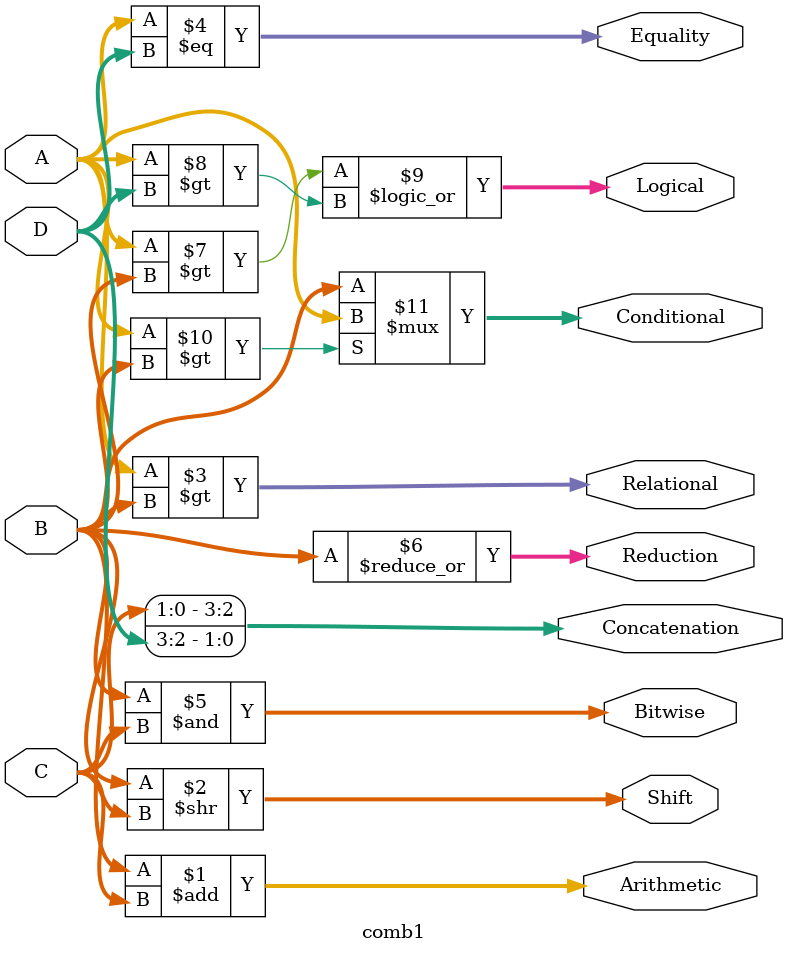
<source format=v>
module comb1
(
    input [3:0] A,
    input [3:0] B,
    input [3:0] C,
    input [3:0] D,
    output [3:0] Arithmetic,
    output [3:0] Shift,
    output [3:0] Relational,
    output [3:0] Equality,
    output [3:0] Bitwise,
    output [3:0] Reduction,
    output [3:0] Logical,
    output [3:0] Concatenation,
    output [3:0] Conditional
);

assign Arithmetic = B+C;
assign Shift = B>>C;
assign Relational = A>B;
assign Equality = A==D;
assign Bitwise = B&C;
assign Reduction = |B;
assign Logical = (A>B) || (A>D);
assign Concatenation = {C[1:0], D[3:2]};
assign Conditional = (A>B) ? A : B;

endmodule
</source>
